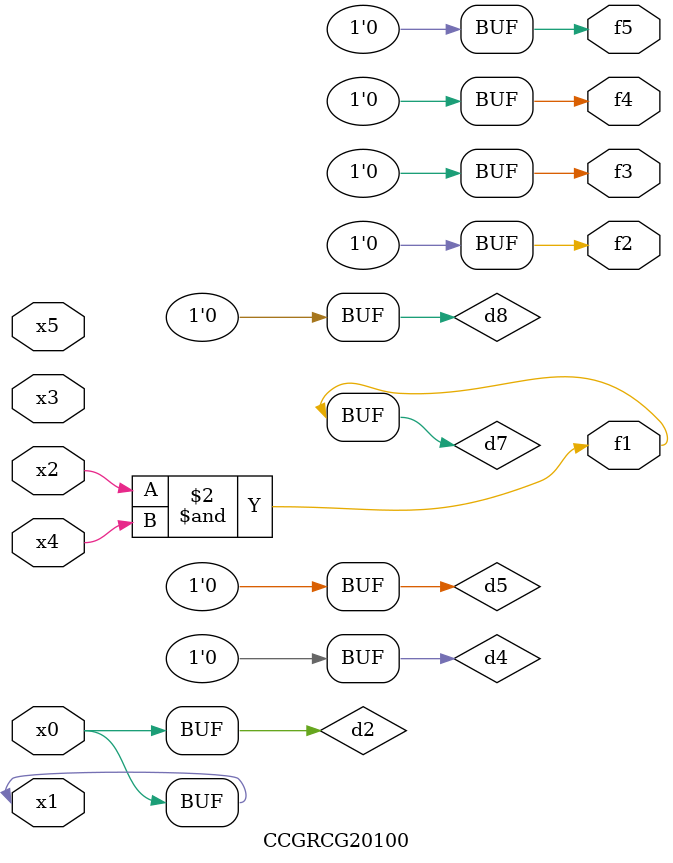
<source format=v>
module CCGRCG20100(
	input x0, x1, x2, x3, x4, x5,
	output f1, f2, f3, f4, f5
);

	wire d1, d2, d3, d4, d5, d6, d7, d8, d9;

	nand (d1, x1);
	buf (d2, x0, x1);
	nand (d3, x2, x4);
	and (d4, d1, d2);
	and (d5, d1, d2);
	nand (d6, d1, d3);
	not (d7, d3);
	xor (d8, d5);
	nor (d9, d5, d6);
	assign f1 = d7;
	assign f2 = d8;
	assign f3 = d8;
	assign f4 = d8;
	assign f5 = d8;
endmodule

</source>
